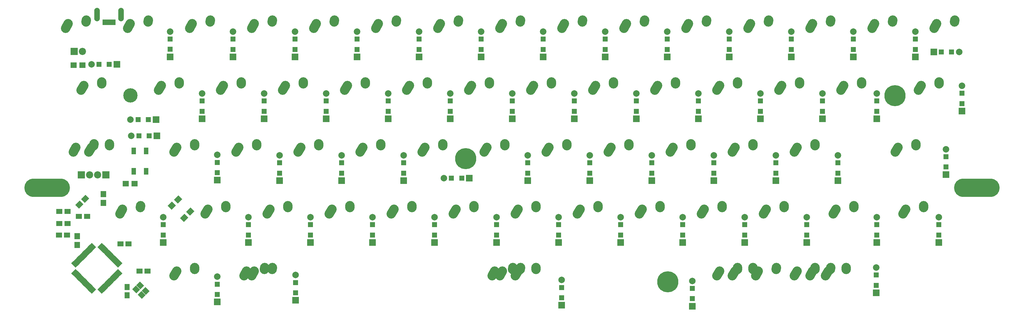
<source format=gbs>
G04 #@! TF.FileFunction,Soldermask,Bot*
%FSLAX46Y46*%
G04 Gerber Fmt 4.6, Leading zero omitted, Abs format (unit mm)*
G04 Created by KiCad (PCBNEW 4.0.6) date 05/05/17 19:14:25*
%MOMM*%
%LPD*%
G01*
G04 APERTURE LIST*
%ADD10C,0.100000*%
%ADD11C,2.900000*%
%ADD12R,1.900000X1.650000*%
%ADD13R,1.650000X1.900000*%
%ADD14R,1.600000X1.600000*%
%ADD15R,2.000000X2.000000*%
%ADD16C,2.000000*%
%ADD17R,0.900000X1.800000*%
%ADD18O,1.700000X4.200000*%
%ADD19R,1.900000X1.700000*%
%ADD20R,1.700000X1.900000*%
%ADD21R,1.400000X2.100000*%
%ADD22O,14.000000X5.600000*%
%ADD23C,4.400000*%
%ADD24C,6.500000*%
%ADD25R,2.200000X2.200000*%
%ADD26C,2.200000*%
G04 APERTURE END LIST*
D10*
D11*
X320850453Y-103156296D02*
X320039547Y-104616204D01*
X326389724Y-102076922D02*
X326350276Y-102655578D01*
D10*
G36*
X83537958Y-170633437D02*
X84209709Y-171305188D01*
X82866206Y-172648691D01*
X82194455Y-171976940D01*
X83537958Y-170633437D01*
X83537958Y-170633437D01*
G37*
G36*
X84103643Y-171199123D02*
X84775394Y-171870874D01*
X83431891Y-173214377D01*
X82760140Y-172542626D01*
X84103643Y-171199123D01*
X84103643Y-171199123D01*
G37*
G36*
X84669328Y-171764808D02*
X85341079Y-172436559D01*
X83997576Y-173780062D01*
X83325825Y-173108311D01*
X84669328Y-171764808D01*
X84669328Y-171764808D01*
G37*
G36*
X85235014Y-172330493D02*
X85906765Y-173002244D01*
X84563262Y-174345747D01*
X83891511Y-173673996D01*
X85235014Y-172330493D01*
X85235014Y-172330493D01*
G37*
G36*
X85800699Y-172896179D02*
X86472450Y-173567930D01*
X85128947Y-174911433D01*
X84457196Y-174239682D01*
X85800699Y-172896179D01*
X85800699Y-172896179D01*
G37*
G36*
X86366385Y-173461864D02*
X87038136Y-174133615D01*
X85694633Y-175477118D01*
X85022882Y-174805367D01*
X86366385Y-173461864D01*
X86366385Y-173461864D01*
G37*
G36*
X86932070Y-174027550D02*
X87603821Y-174699301D01*
X86260318Y-176042804D01*
X85588567Y-175371053D01*
X86932070Y-174027550D01*
X86932070Y-174027550D01*
G37*
G36*
X87497756Y-174593235D02*
X88169507Y-175264986D01*
X86826004Y-176608489D01*
X86154253Y-175936738D01*
X87497756Y-174593235D01*
X87497756Y-174593235D01*
G37*
G36*
X88063441Y-175158921D02*
X88735192Y-175830672D01*
X87391689Y-177174175D01*
X86719938Y-176502424D01*
X88063441Y-175158921D01*
X88063441Y-175158921D01*
G37*
G36*
X88629126Y-175724606D02*
X89300877Y-176396357D01*
X87957374Y-177739860D01*
X87285623Y-177068109D01*
X88629126Y-175724606D01*
X88629126Y-175724606D01*
G37*
G36*
X89194812Y-176290291D02*
X89866563Y-176962042D01*
X88523060Y-178305545D01*
X87851309Y-177633794D01*
X89194812Y-176290291D01*
X89194812Y-176290291D01*
G37*
G36*
X89866563Y-180037958D02*
X89194812Y-180709709D01*
X87851309Y-179366206D01*
X88523060Y-178694455D01*
X89866563Y-180037958D01*
X89866563Y-180037958D01*
G37*
G36*
X89300877Y-180603643D02*
X88629126Y-181275394D01*
X87285623Y-179931891D01*
X87957374Y-179260140D01*
X89300877Y-180603643D01*
X89300877Y-180603643D01*
G37*
G36*
X88735192Y-181169328D02*
X88063441Y-181841079D01*
X86719938Y-180497576D01*
X87391689Y-179825825D01*
X88735192Y-181169328D01*
X88735192Y-181169328D01*
G37*
G36*
X88169507Y-181735014D02*
X87497756Y-182406765D01*
X86154253Y-181063262D01*
X86826004Y-180391511D01*
X88169507Y-181735014D01*
X88169507Y-181735014D01*
G37*
G36*
X87603821Y-182300699D02*
X86932070Y-182972450D01*
X85588567Y-181628947D01*
X86260318Y-180957196D01*
X87603821Y-182300699D01*
X87603821Y-182300699D01*
G37*
G36*
X87038136Y-182866385D02*
X86366385Y-183538136D01*
X85022882Y-182194633D01*
X85694633Y-181522882D01*
X87038136Y-182866385D01*
X87038136Y-182866385D01*
G37*
G36*
X86472450Y-183432070D02*
X85800699Y-184103821D01*
X84457196Y-182760318D01*
X85128947Y-182088567D01*
X86472450Y-183432070D01*
X86472450Y-183432070D01*
G37*
G36*
X85906765Y-183997756D02*
X85235014Y-184669507D01*
X83891511Y-183326004D01*
X84563262Y-182654253D01*
X85906765Y-183997756D01*
X85906765Y-183997756D01*
G37*
G36*
X85341079Y-184563441D02*
X84669328Y-185235192D01*
X83325825Y-183891689D01*
X83997576Y-183219938D01*
X85341079Y-184563441D01*
X85341079Y-184563441D01*
G37*
G36*
X84775394Y-185129126D02*
X84103643Y-185800877D01*
X82760140Y-184457374D01*
X83431891Y-183785623D01*
X84775394Y-185129126D01*
X84775394Y-185129126D01*
G37*
G36*
X84209709Y-185694812D02*
X83537958Y-186366563D01*
X82194455Y-185023060D01*
X82866206Y-184351309D01*
X84209709Y-185694812D01*
X84209709Y-185694812D01*
G37*
G36*
X81133794Y-184351309D02*
X81805545Y-185023060D01*
X80462042Y-186366563D01*
X79790291Y-185694812D01*
X81133794Y-184351309D01*
X81133794Y-184351309D01*
G37*
G36*
X80568109Y-183785623D02*
X81239860Y-184457374D01*
X79896357Y-185800877D01*
X79224606Y-185129126D01*
X80568109Y-183785623D01*
X80568109Y-183785623D01*
G37*
G36*
X80002424Y-183219938D02*
X80674175Y-183891689D01*
X79330672Y-185235192D01*
X78658921Y-184563441D01*
X80002424Y-183219938D01*
X80002424Y-183219938D01*
G37*
G36*
X79436738Y-182654253D02*
X80108489Y-183326004D01*
X78764986Y-184669507D01*
X78093235Y-183997756D01*
X79436738Y-182654253D01*
X79436738Y-182654253D01*
G37*
G36*
X78871053Y-182088567D02*
X79542804Y-182760318D01*
X78199301Y-184103821D01*
X77527550Y-183432070D01*
X78871053Y-182088567D01*
X78871053Y-182088567D01*
G37*
G36*
X78305367Y-181522882D02*
X78977118Y-182194633D01*
X77633615Y-183538136D01*
X76961864Y-182866385D01*
X78305367Y-181522882D01*
X78305367Y-181522882D01*
G37*
G36*
X77739682Y-180957196D02*
X78411433Y-181628947D01*
X77067930Y-182972450D01*
X76396179Y-182300699D01*
X77739682Y-180957196D01*
X77739682Y-180957196D01*
G37*
G36*
X77173996Y-180391511D02*
X77845747Y-181063262D01*
X76502244Y-182406765D01*
X75830493Y-181735014D01*
X77173996Y-180391511D01*
X77173996Y-180391511D01*
G37*
G36*
X76608311Y-179825825D02*
X77280062Y-180497576D01*
X75936559Y-181841079D01*
X75264808Y-181169328D01*
X76608311Y-179825825D01*
X76608311Y-179825825D01*
G37*
G36*
X76042626Y-179260140D02*
X76714377Y-179931891D01*
X75370874Y-181275394D01*
X74699123Y-180603643D01*
X76042626Y-179260140D01*
X76042626Y-179260140D01*
G37*
G36*
X75476940Y-178694455D02*
X76148691Y-179366206D01*
X74805188Y-180709709D01*
X74133437Y-180037958D01*
X75476940Y-178694455D01*
X75476940Y-178694455D01*
G37*
G36*
X76148691Y-177633794D02*
X75476940Y-178305545D01*
X74133437Y-176962042D01*
X74805188Y-176290291D01*
X76148691Y-177633794D01*
X76148691Y-177633794D01*
G37*
G36*
X76714377Y-177068109D02*
X76042626Y-177739860D01*
X74699123Y-176396357D01*
X75370874Y-175724606D01*
X76714377Y-177068109D01*
X76714377Y-177068109D01*
G37*
G36*
X77280062Y-176502424D02*
X76608311Y-177174175D01*
X75264808Y-175830672D01*
X75936559Y-175158921D01*
X77280062Y-176502424D01*
X77280062Y-176502424D01*
G37*
G36*
X77845747Y-175936738D02*
X77173996Y-176608489D01*
X75830493Y-175264986D01*
X76502244Y-174593235D01*
X77845747Y-175936738D01*
X77845747Y-175936738D01*
G37*
G36*
X78411433Y-175371053D02*
X77739682Y-176042804D01*
X76396179Y-174699301D01*
X77067930Y-174027550D01*
X78411433Y-175371053D01*
X78411433Y-175371053D01*
G37*
G36*
X78977118Y-174805367D02*
X78305367Y-175477118D01*
X76961864Y-174133615D01*
X77633615Y-173461864D01*
X78977118Y-174805367D01*
X78977118Y-174805367D01*
G37*
G36*
X79542804Y-174239682D02*
X78871053Y-174911433D01*
X77527550Y-173567930D01*
X78199301Y-172896179D01*
X79542804Y-174239682D01*
X79542804Y-174239682D01*
G37*
G36*
X80108489Y-173673996D02*
X79436738Y-174345747D01*
X78093235Y-173002244D01*
X78764986Y-172330493D01*
X80108489Y-173673996D01*
X80108489Y-173673996D01*
G37*
G36*
X80674175Y-173108311D02*
X80002424Y-173780062D01*
X78658921Y-172436559D01*
X79330672Y-171764808D01*
X80674175Y-173108311D01*
X80674175Y-173108311D01*
G37*
G36*
X81239860Y-172542626D02*
X80568109Y-173214377D01*
X79224606Y-171870874D01*
X79896357Y-171199123D01*
X81239860Y-172542626D01*
X81239860Y-172542626D01*
G37*
G36*
X81805545Y-171976940D02*
X81133794Y-172648691D01*
X79790291Y-171305188D01*
X80462042Y-170633437D01*
X81805545Y-171976940D01*
X81805545Y-171976940D01*
G37*
D12*
X97600000Y-179350000D03*
X95100000Y-179350000D03*
D13*
X91275000Y-186800000D03*
X91275000Y-184300000D03*
D12*
X70375000Y-168325000D03*
X72875000Y-168325000D03*
D10*
G36*
X78472271Y-155861002D02*
X79638998Y-157027729D01*
X78295495Y-158371232D01*
X77128768Y-157204505D01*
X78472271Y-155861002D01*
X78472271Y-155861002D01*
G37*
G36*
X76704505Y-157628768D02*
X77871232Y-158795495D01*
X76527729Y-160138998D01*
X75361002Y-158972271D01*
X76704505Y-157628768D01*
X76704505Y-157628768D01*
G37*
D12*
X70500000Y-161000000D03*
X73000000Y-161000000D03*
X79000000Y-162500000D03*
X76500000Y-162500000D03*
X70500000Y-164750000D03*
X73000000Y-164750000D03*
X89250000Y-171000000D03*
X91750000Y-171000000D03*
D14*
X82675000Y-115750000D03*
X85825000Y-115750000D03*
D15*
X88150000Y-115750000D03*
D16*
X80350000Y-115750000D03*
D14*
X104500000Y-107925000D03*
X104500000Y-111075000D03*
D15*
X104500000Y-113400000D03*
D16*
X104500000Y-105600000D03*
D14*
X123825000Y-107962500D03*
X123825000Y-111112500D03*
D15*
X123825000Y-113437500D03*
D16*
X123825000Y-105637500D03*
D14*
X142875000Y-107962500D03*
X142875000Y-111112500D03*
D15*
X142875000Y-113437500D03*
D16*
X142875000Y-105637500D03*
D14*
X161925000Y-107962500D03*
X161925000Y-111112500D03*
D15*
X161925000Y-113437500D03*
D16*
X161925000Y-105637500D03*
D14*
X180975000Y-107962500D03*
X180975000Y-111112500D03*
D15*
X180975000Y-113437500D03*
D16*
X180975000Y-105637500D03*
D14*
X200025000Y-107962500D03*
X200025000Y-111112500D03*
D15*
X200025000Y-113437500D03*
D16*
X200025000Y-105637500D03*
D14*
X219075000Y-107962500D03*
X219075000Y-111112500D03*
D15*
X219075000Y-113437500D03*
D16*
X219075000Y-105637500D03*
D14*
X238125000Y-107962500D03*
X238125000Y-111112500D03*
D15*
X238125000Y-113437500D03*
D16*
X238125000Y-105637500D03*
D14*
X257175000Y-107962500D03*
X257175000Y-111112500D03*
D15*
X257175000Y-113437500D03*
D16*
X257175000Y-105637500D03*
D14*
X276225000Y-107962500D03*
X276225000Y-111112500D03*
D15*
X276225000Y-113437500D03*
D16*
X276225000Y-105637500D03*
D14*
X295275000Y-107962500D03*
X295275000Y-111112500D03*
D15*
X295275000Y-113437500D03*
D16*
X295275000Y-105637500D03*
D14*
X314325000Y-107962500D03*
X314325000Y-111112500D03*
D15*
X314325000Y-113437500D03*
D16*
X314325000Y-105637500D03*
D14*
X94675000Y-132750000D03*
X97825000Y-132750000D03*
D15*
X100150000Y-132750000D03*
D16*
X92350000Y-132750000D03*
D14*
X114300000Y-127012500D03*
X114300000Y-130162500D03*
D15*
X114300000Y-132487500D03*
D16*
X114300000Y-124687500D03*
D14*
X133350000Y-127012500D03*
X133350000Y-130162500D03*
D15*
X133350000Y-132487500D03*
D16*
X133350000Y-124687500D03*
D14*
X152400000Y-127012500D03*
X152400000Y-130162500D03*
D15*
X152400000Y-132487500D03*
D16*
X152400000Y-124687500D03*
D14*
X171450000Y-127012500D03*
X171450000Y-130162500D03*
D15*
X171450000Y-132487500D03*
D16*
X171450000Y-124687500D03*
D14*
X190500000Y-127012500D03*
X190500000Y-130162500D03*
D15*
X190500000Y-132487500D03*
D16*
X190500000Y-124687500D03*
D14*
X209550000Y-127012500D03*
X209550000Y-130162500D03*
D15*
X209550000Y-132487500D03*
D16*
X209550000Y-124687500D03*
D14*
X228600000Y-127012500D03*
X228600000Y-130162500D03*
D15*
X228600000Y-132487500D03*
D16*
X228600000Y-124687500D03*
D14*
X247650000Y-127012500D03*
X247650000Y-130162500D03*
D15*
X247650000Y-132487500D03*
D16*
X247650000Y-124687500D03*
D14*
X266700000Y-127012500D03*
X266700000Y-130162500D03*
D15*
X266700000Y-132487500D03*
D16*
X266700000Y-124687500D03*
D14*
X285750000Y-127012500D03*
X285750000Y-130162500D03*
D15*
X285750000Y-132487500D03*
D16*
X285750000Y-124687500D03*
D14*
X304800000Y-127012500D03*
X304800000Y-130162500D03*
D15*
X304800000Y-132487500D03*
D16*
X304800000Y-124687500D03*
D14*
X321468750Y-127012500D03*
X321468750Y-130162500D03*
D15*
X321468750Y-132487500D03*
D16*
X321468750Y-124687500D03*
D14*
X94925000Y-137750000D03*
X98075000Y-137750000D03*
D15*
X100400000Y-137750000D03*
D16*
X92600000Y-137750000D03*
D14*
X119000000Y-145925000D03*
X119000000Y-149075000D03*
D15*
X119000000Y-151400000D03*
D16*
X119000000Y-143600000D03*
D14*
X138112500Y-146062500D03*
X138112500Y-149212500D03*
D15*
X138112500Y-151537500D03*
D16*
X138112500Y-143737500D03*
D14*
X157162500Y-146062500D03*
X157162500Y-149212500D03*
D15*
X157162500Y-151537500D03*
D16*
X157162500Y-143737500D03*
D14*
X176212500Y-146062500D03*
X176212500Y-149212500D03*
D15*
X176212500Y-151537500D03*
D16*
X176212500Y-143737500D03*
D14*
X190900000Y-150800000D03*
X194050000Y-150800000D03*
D15*
X196375000Y-150800000D03*
D16*
X188575000Y-150800000D03*
D14*
X214312500Y-146062500D03*
X214312500Y-149212500D03*
D15*
X214312500Y-151537500D03*
D16*
X214312500Y-143737500D03*
D14*
X233362500Y-146062500D03*
X233362500Y-149212500D03*
D15*
X233362500Y-151537500D03*
D16*
X233362500Y-143737500D03*
D14*
X252412500Y-146062500D03*
X252412500Y-149212500D03*
D15*
X252412500Y-151537500D03*
D16*
X252412500Y-143737500D03*
D14*
X271462500Y-146062500D03*
X271462500Y-149212500D03*
D15*
X271462500Y-151537500D03*
D16*
X271462500Y-143737500D03*
D14*
X290512500Y-146062500D03*
X290512500Y-149212500D03*
D15*
X290512500Y-151537500D03*
D16*
X290512500Y-143737500D03*
D14*
X309562500Y-146062500D03*
X309562500Y-149212500D03*
D15*
X309562500Y-151537500D03*
D16*
X309562500Y-143737500D03*
D14*
X342750000Y-144175000D03*
X342750000Y-147325000D03*
D15*
X342750000Y-149650000D03*
D16*
X342750000Y-141850000D03*
D14*
X102393750Y-165112500D03*
X102393750Y-168262500D03*
D15*
X102393750Y-170587500D03*
D16*
X102393750Y-162787500D03*
D14*
X128587500Y-165112500D03*
X128587500Y-168262500D03*
D15*
X128587500Y-170587500D03*
D16*
X128587500Y-162787500D03*
D14*
X147637500Y-165112500D03*
X147637500Y-168262500D03*
D15*
X147637500Y-170587500D03*
D16*
X147637500Y-162787500D03*
D14*
X166687500Y-165112500D03*
X166687500Y-168262500D03*
D15*
X166687500Y-170587500D03*
D16*
X166687500Y-162787500D03*
D14*
X185737500Y-165112500D03*
X185737500Y-168262500D03*
D15*
X185737500Y-170587500D03*
D16*
X185737500Y-162787500D03*
D14*
X204787500Y-165112500D03*
X204787500Y-168262500D03*
D15*
X204787500Y-170587500D03*
D16*
X204787500Y-162787500D03*
D14*
X223837500Y-165112500D03*
X223837500Y-168262500D03*
D15*
X223837500Y-170587500D03*
D16*
X223837500Y-162787500D03*
D14*
X242887500Y-165112500D03*
X242887500Y-168262500D03*
D15*
X242887500Y-170587500D03*
D16*
X242887500Y-162787500D03*
D14*
X261937500Y-165112500D03*
X261937500Y-168262500D03*
D15*
X261937500Y-170587500D03*
D16*
X261937500Y-162787500D03*
D14*
X280987500Y-165112500D03*
X280987500Y-168262500D03*
D15*
X280987500Y-170587500D03*
D16*
X280987500Y-162787500D03*
D14*
X300037500Y-165112500D03*
X300037500Y-168262500D03*
D15*
X300037500Y-170587500D03*
D16*
X300037500Y-162787500D03*
D14*
X321468750Y-165112500D03*
X321468750Y-168262500D03*
D15*
X321468750Y-170587500D03*
D16*
X321468750Y-162787500D03*
D14*
X340518750Y-165112500D03*
X340518750Y-168262500D03*
D15*
X340518750Y-170587500D03*
D16*
X340518750Y-162787500D03*
D14*
X119000000Y-183425000D03*
X119000000Y-186575000D03*
D15*
X119000000Y-188900000D03*
D16*
X119000000Y-181100000D03*
D14*
X143000000Y-182925000D03*
X143000000Y-186075000D03*
D15*
X143000000Y-188400000D03*
D16*
X143000000Y-180600000D03*
D14*
X224750000Y-184425000D03*
X224750000Y-187575000D03*
D15*
X224750000Y-189900000D03*
D16*
X224750000Y-182100000D03*
D14*
X264875000Y-184725000D03*
X264875000Y-187875000D03*
D15*
X264875000Y-190200000D03*
D16*
X264875000Y-182400000D03*
D14*
X321325000Y-180600000D03*
X321325000Y-183750000D03*
D15*
X321325000Y-186075000D03*
D16*
X321325000Y-178275000D03*
D14*
X344475000Y-111918750D03*
X341325000Y-111918750D03*
D15*
X339000000Y-111918750D03*
D16*
X346800000Y-111918750D03*
D14*
X333375000Y-107962500D03*
X333375000Y-111112500D03*
D15*
X333375000Y-113437500D03*
D16*
X333375000Y-105637500D03*
D14*
X347662500Y-124631250D03*
X347662500Y-127781250D03*
D15*
X347662500Y-130106250D03*
D16*
X347662500Y-122306250D03*
D17*
X84150000Y-102750000D03*
X84950000Y-102750000D03*
X85750000Y-102750000D03*
X86550000Y-102750000D03*
X87350000Y-102750000D03*
D18*
X82100000Y-100350000D03*
X89400000Y-100350000D03*
D11*
X73200453Y-103156296D02*
X72389547Y-104616204D01*
X78739724Y-102076922D02*
X78700276Y-102655578D01*
X92250453Y-103156296D02*
X91439547Y-104616204D01*
X97789724Y-102076922D02*
X97750276Y-102655578D01*
X111300453Y-103156296D02*
X110489547Y-104616204D01*
X116839724Y-102076922D02*
X116800276Y-102655578D01*
X130350453Y-103156296D02*
X129539547Y-104616204D01*
X135889724Y-102076922D02*
X135850276Y-102655578D01*
X149400453Y-103156296D02*
X148589547Y-104616204D01*
X154939724Y-102076922D02*
X154900276Y-102655578D01*
X168450453Y-103156296D02*
X167639547Y-104616204D01*
X173989724Y-102076922D02*
X173950276Y-102655578D01*
X187500453Y-103156296D02*
X186689547Y-104616204D01*
X193039724Y-102076922D02*
X193000276Y-102655578D01*
X206550453Y-103156296D02*
X205739547Y-104616204D01*
X212089724Y-102076922D02*
X212050276Y-102655578D01*
X225600453Y-103156296D02*
X224789547Y-104616204D01*
X231139724Y-102076922D02*
X231100276Y-102655578D01*
X244650453Y-103156296D02*
X243839547Y-104616204D01*
X250189724Y-102076922D02*
X250150276Y-102655578D01*
X263700453Y-103156296D02*
X262889547Y-104616204D01*
X269239724Y-102076922D02*
X269200276Y-102655578D01*
X282750453Y-103156296D02*
X281939547Y-104616204D01*
X288289724Y-102076922D02*
X288250276Y-102655578D01*
X301800453Y-103156296D02*
X300989547Y-104616204D01*
X307339724Y-102076922D02*
X307300276Y-102655578D01*
X77962953Y-122206296D02*
X77152047Y-123666204D01*
X83502224Y-121126922D02*
X83462776Y-121705578D01*
X101775453Y-122206296D02*
X100964547Y-123666204D01*
X107314724Y-121126922D02*
X107275276Y-121705578D01*
X120825453Y-122206296D02*
X120014547Y-123666204D01*
X126364724Y-121126922D02*
X126325276Y-121705578D01*
X139875453Y-122206296D02*
X139064547Y-123666204D01*
X145414724Y-121126922D02*
X145375276Y-121705578D01*
X158925453Y-122206296D02*
X158114547Y-123666204D01*
X164464724Y-121126922D02*
X164425276Y-121705578D01*
X177975453Y-122206296D02*
X177164547Y-123666204D01*
X183514724Y-121126922D02*
X183475276Y-121705578D01*
X197025453Y-122206296D02*
X196214547Y-123666204D01*
X202564724Y-121126922D02*
X202525276Y-121705578D01*
X216075453Y-122206296D02*
X215264547Y-123666204D01*
X221614724Y-121126922D02*
X221575276Y-121705578D01*
X235125453Y-122206296D02*
X234314547Y-123666204D01*
X240664724Y-121126922D02*
X240625276Y-121705578D01*
X254175453Y-122206296D02*
X253364547Y-123666204D01*
X259714724Y-121126922D02*
X259675276Y-121705578D01*
X273225453Y-122206296D02*
X272414547Y-123666204D01*
X278764724Y-121126922D02*
X278725276Y-121705578D01*
X292275453Y-122206296D02*
X291464547Y-123666204D01*
X297814724Y-121126922D02*
X297775276Y-121705578D01*
X311325453Y-122206296D02*
X310514547Y-123666204D01*
X316864724Y-121126922D02*
X316825276Y-121705578D01*
X80344203Y-141256296D02*
X79533297Y-142716204D01*
X85883474Y-140176922D02*
X85844026Y-140755578D01*
X106537953Y-141256296D02*
X105727047Y-142716204D01*
X112077224Y-140176922D02*
X112037776Y-140755578D01*
X125587953Y-141256296D02*
X124777047Y-142716204D01*
X131127224Y-140176922D02*
X131087776Y-140755578D01*
X144637953Y-141256296D02*
X143827047Y-142716204D01*
X150177224Y-140176922D02*
X150137776Y-140755578D01*
X163687953Y-141256296D02*
X162877047Y-142716204D01*
X169227224Y-140176922D02*
X169187776Y-140755578D01*
X182737953Y-141256296D02*
X181927047Y-142716204D01*
X188277224Y-140176922D02*
X188237776Y-140755578D01*
X201787953Y-141256296D02*
X200977047Y-142716204D01*
X207327224Y-140176922D02*
X207287776Y-140755578D01*
X220837953Y-141256296D02*
X220027047Y-142716204D01*
X226377224Y-140176922D02*
X226337776Y-140755578D01*
X239887953Y-141256296D02*
X239077047Y-142716204D01*
X245427224Y-140176922D02*
X245387776Y-140755578D01*
X258937953Y-141256296D02*
X258127047Y-142716204D01*
X264477224Y-140176922D02*
X264437776Y-140755578D01*
X277987953Y-141256296D02*
X277177047Y-142716204D01*
X283527224Y-140176922D02*
X283487776Y-140755578D01*
X297037953Y-141256296D02*
X296227047Y-142716204D01*
X302577224Y-140176922D02*
X302537776Y-140755578D01*
X116062953Y-160306296D02*
X115252047Y-161766204D01*
X121602224Y-159226922D02*
X121562776Y-159805578D01*
X135112953Y-160306296D02*
X134302047Y-161766204D01*
X140652224Y-159226922D02*
X140612776Y-159805578D01*
X154162953Y-160306296D02*
X153352047Y-161766204D01*
X159702224Y-159226922D02*
X159662776Y-159805578D01*
X173212953Y-160306296D02*
X172402047Y-161766204D01*
X178752224Y-159226922D02*
X178712776Y-159805578D01*
X192262953Y-160306296D02*
X191452047Y-161766204D01*
X197802224Y-159226922D02*
X197762776Y-159805578D01*
X211312953Y-160306296D02*
X210502047Y-161766204D01*
X216852224Y-159226922D02*
X216812776Y-159805578D01*
X230362953Y-160306296D02*
X229552047Y-161766204D01*
X235902224Y-159226922D02*
X235862776Y-159805578D01*
X249412953Y-160306296D02*
X248602047Y-161766204D01*
X254952224Y-159226922D02*
X254912776Y-159805578D01*
X268462953Y-160306296D02*
X267652047Y-161766204D01*
X274002224Y-159226922D02*
X273962776Y-159805578D01*
X287512953Y-160306296D02*
X286702047Y-161766204D01*
X293052224Y-159226922D02*
X293012776Y-159805578D01*
X330375453Y-160306296D02*
X329564547Y-161766204D01*
X335914724Y-159226922D02*
X335875276Y-159805578D01*
X106537953Y-179356296D02*
X105727047Y-180816204D01*
X112077224Y-178276922D02*
X112037776Y-178855578D01*
X130350453Y-179356296D02*
X129539547Y-180816204D01*
X135889724Y-178276922D02*
X135850276Y-178855578D01*
X277987953Y-179356296D02*
X277177047Y-180816204D01*
X283527224Y-178276922D02*
X283487776Y-178855578D01*
X301800453Y-179356296D02*
X300989547Y-180816204D01*
X307339724Y-178276922D02*
X307300276Y-178855578D01*
X339900453Y-103156296D02*
X339089547Y-104616204D01*
X345439724Y-102076922D02*
X345400276Y-102655578D01*
D19*
X90900000Y-152500000D03*
X93600000Y-152500000D03*
D20*
X76000000Y-171350000D03*
X76000000Y-168650000D03*
D10*
G36*
X104974695Y-160477386D02*
X103772614Y-159275305D01*
X105116117Y-157931802D01*
X106318198Y-159133883D01*
X104974695Y-160477386D01*
X104974695Y-160477386D01*
G37*
G36*
X106883883Y-158568198D02*
X105681802Y-157366117D01*
X107025305Y-156022614D01*
X108227386Y-157224695D01*
X106883883Y-158568198D01*
X106883883Y-158568198D01*
G37*
G36*
X110775305Y-159772614D02*
X111977386Y-160974695D01*
X110633883Y-162318198D01*
X109431802Y-161116117D01*
X110775305Y-159772614D01*
X110775305Y-159772614D01*
G37*
G36*
X108866117Y-161681802D02*
X110068198Y-162883883D01*
X108724695Y-164227386D01*
X107522614Y-163025305D01*
X108866117Y-161681802D01*
X108866117Y-161681802D01*
G37*
D21*
X97150000Y-148650000D03*
X97150000Y-142350000D03*
X93350000Y-148650000D03*
X93350000Y-142350000D03*
D11*
X89869203Y-160306296D02*
X89058297Y-161766204D01*
X95408474Y-159226922D02*
X95369026Y-159805578D01*
X308944203Y-160306296D02*
X308133297Y-161766204D01*
X314483474Y-159226922D02*
X314444026Y-159805578D01*
X335137953Y-122206296D02*
X334327047Y-123666204D01*
X340677224Y-121126922D02*
X340637776Y-121705578D01*
X204169203Y-179356296D02*
X203358297Y-180816204D01*
X209708474Y-178276922D02*
X209669026Y-178855578D01*
X327994203Y-141256296D02*
X327183297Y-142716204D01*
X333533474Y-140176922D02*
X333494026Y-140755578D01*
D22*
X66750000Y-153750000D03*
X352250000Y-153750000D03*
D23*
X92275000Y-125300000D03*
D24*
X327050000Y-125375000D03*
X257325000Y-182725000D03*
X195225000Y-144775000D03*
D10*
G36*
X92898349Y-184931802D02*
X94029720Y-183800431D01*
X95302513Y-185073224D01*
X94171142Y-186204595D01*
X92898349Y-184931802D01*
X92898349Y-184931802D01*
G37*
G36*
X94595405Y-186628858D02*
X95726776Y-185497487D01*
X96999569Y-186770280D01*
X95868198Y-187901651D01*
X94595405Y-186628858D01*
X94595405Y-186628858D01*
G37*
G36*
X94100431Y-183729720D02*
X95231802Y-182598349D01*
X96504595Y-183871142D01*
X95373224Y-185002513D01*
X94100431Y-183729720D01*
X94100431Y-183729720D01*
G37*
G36*
X95797487Y-185426776D02*
X96928858Y-184295405D01*
X98201651Y-185568198D01*
X97070280Y-186699569D01*
X95797487Y-185426776D01*
X95797487Y-185426776D01*
G37*
D25*
X75000000Y-111750000D03*
D26*
X77540000Y-111750000D03*
D25*
X77250000Y-149750000D03*
D26*
X79790000Y-149750000D03*
D19*
X74900000Y-116000000D03*
X77600000Y-116000000D03*
D20*
X84000000Y-158350000D03*
X84000000Y-155650000D03*
D25*
X84750000Y-149750000D03*
D26*
X82210000Y-149750000D03*
D11*
X75581703Y-141256296D02*
X74770797Y-142716204D01*
X81120974Y-140176922D02*
X81081526Y-140755578D01*
X127969203Y-179356296D02*
X127158297Y-180816204D01*
X133508474Y-178276922D02*
X133469026Y-178855578D01*
X211312953Y-179356296D02*
X210502047Y-180816204D01*
X216852224Y-178276922D02*
X216812776Y-178855578D01*
X206550453Y-179356296D02*
X205739547Y-180816204D01*
X212089724Y-178276922D02*
X212050276Y-178855578D01*
X273225453Y-179356296D02*
X272414547Y-180816204D01*
X278764724Y-178276922D02*
X278725276Y-178855578D01*
X285131703Y-179356296D02*
X284320797Y-180816204D01*
X290670974Y-178276922D02*
X290631526Y-178855578D01*
X297037953Y-179356296D02*
X296227047Y-180816204D01*
X302577224Y-178276922D02*
X302537776Y-178855578D01*
X306562953Y-179356296D02*
X305752047Y-180816204D01*
X312102224Y-178276922D02*
X312062776Y-178855578D01*
M02*

</source>
